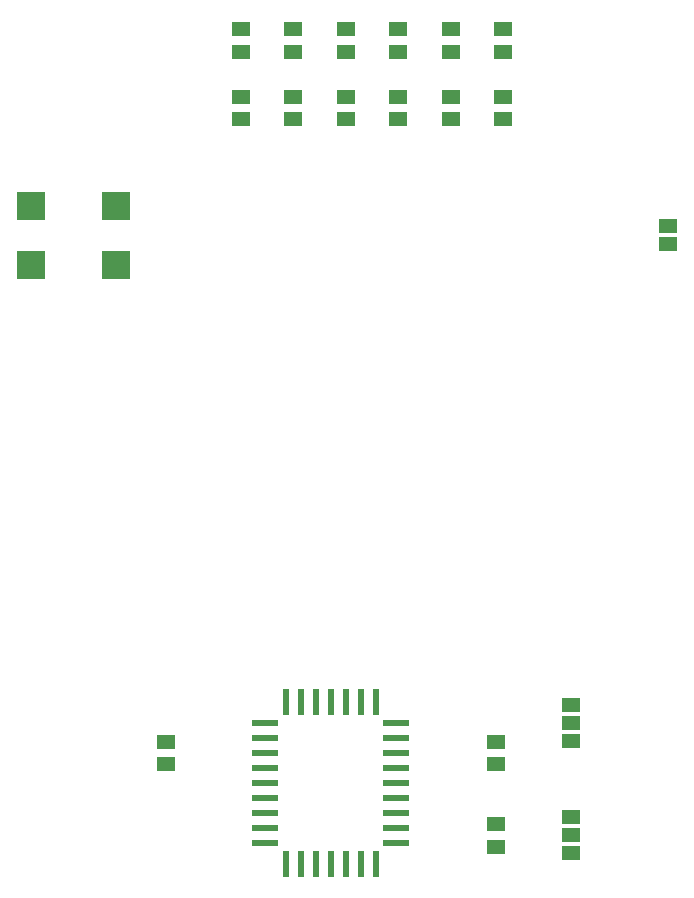
<source format=gtp>
G75*
%MOIN*%
%OFA0B0*%
%FSLAX25Y25*%
%IPPOS*%
%LPD*%
%AMOC8*
5,1,8,0,0,1.08239X$1,22.5*
%
%ADD10R,0.05906X0.05118*%
%ADD11R,0.09449X0.09449*%
%ADD12R,0.02362X0.08661*%
%ADD13R,0.08661X0.02362*%
%ADD14R,0.06300X0.04600*%
D10*
X0066000Y0069760D03*
X0066000Y0077240D03*
X0176000Y0077240D03*
X0176000Y0069760D03*
X0176000Y0049740D03*
X0176000Y0042260D03*
X0178500Y0284760D03*
X0178500Y0292240D03*
X0178500Y0307260D03*
X0178500Y0314740D03*
X0161000Y0314740D03*
X0161000Y0307260D03*
X0161000Y0292240D03*
X0161000Y0284760D03*
X0143500Y0284760D03*
X0143500Y0292240D03*
X0143500Y0307260D03*
X0143500Y0314740D03*
X0126000Y0314740D03*
X0126000Y0307260D03*
X0126000Y0292240D03*
X0126000Y0284760D03*
X0108500Y0284760D03*
X0108500Y0292240D03*
X0108500Y0307260D03*
X0108500Y0314740D03*
X0091000Y0314740D03*
X0091000Y0307260D03*
X0091000Y0292240D03*
X0091000Y0284760D03*
D11*
X0049500Y0255843D03*
X0049500Y0236157D03*
X0021000Y0236157D03*
X0021000Y0255843D03*
D12*
X0106000Y0090390D03*
X0111000Y0090390D03*
X0116000Y0090390D03*
X0121000Y0090390D03*
X0126000Y0090390D03*
X0131000Y0090390D03*
X0136000Y0090390D03*
X0136000Y0036610D03*
X0131000Y0036610D03*
X0126000Y0036610D03*
X0121000Y0036610D03*
X0116000Y0036610D03*
X0111000Y0036610D03*
X0106000Y0036610D03*
D13*
X0099110Y0043500D03*
X0099110Y0048500D03*
X0099110Y0053500D03*
X0099110Y0058500D03*
X0099110Y0063500D03*
X0099110Y0068500D03*
X0099110Y0073500D03*
X0099110Y0078500D03*
X0099110Y0083500D03*
X0142890Y0083500D03*
X0142890Y0078500D03*
X0142890Y0073500D03*
X0142890Y0068500D03*
X0142890Y0063500D03*
X0142890Y0058500D03*
X0142890Y0053500D03*
X0142890Y0048500D03*
X0142890Y0043500D03*
D14*
X0201000Y0046000D03*
X0201000Y0040000D03*
X0201000Y0052000D03*
X0201000Y0077500D03*
X0201000Y0083500D03*
X0201000Y0089500D03*
X0233500Y0243000D03*
X0233500Y0249000D03*
M02*

</source>
